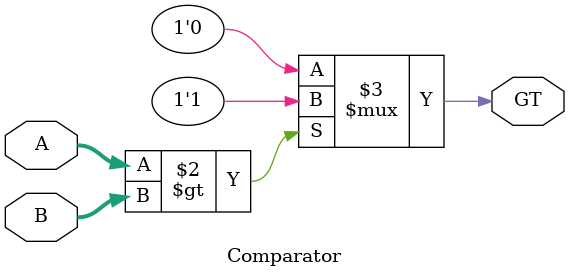
<source format=v>
`timescale 1ns / 1ps


module Comparator #(parameter Data_Width = 4)(
    input[Data_Width - 1:0] A,
    input[Data_Width - 1:0] B,
    output reg GT
    );
    always@(A or B)
        begin
            GT <= 1'b0;
            if(A>B)
                GT <= 1'b1;
        end
endmodule

</source>
